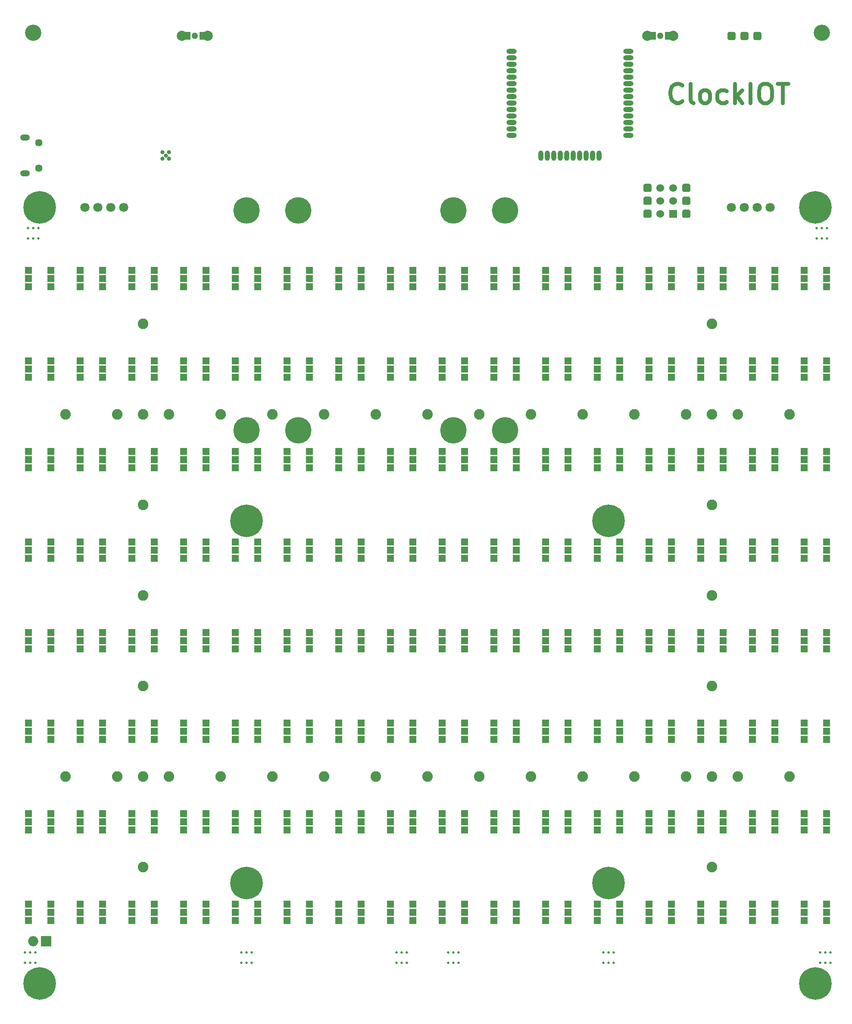
<source format=gts>
G04 #@! TF.GenerationSoftware,KiCad,Pcbnew,5.0.0-rc2-dev-unknown-94dbcc7~63~ubuntu16.04.1*
G04 #@! TF.CreationDate,2018-04-08T19:39:25+05:30*
G04 #@! TF.ProjectId,ClockIOT,436C6F636B494F542E6B696361645F70,rev 1*
G04 #@! TF.SameCoordinates,Original*
G04 #@! TF.FileFunction,Soldermask,Top*
G04 #@! TF.FilePolarity,Negative*
%FSLAX46Y46*%
G04 Gerber Fmt 4.6, Leading zero omitted, Abs format (unit mm)*
G04 Created by KiCad (PCBNEW 5.0.0-rc2-dev-unknown-94dbcc7~63~ubuntu16.04.1) date Sun Apr  8 19:39:25 2018*
%MOMM*%
%LPD*%
G01*
G04 APERTURE LIST*
%ADD10C,0.762000*%
%ADD11C,2.000000*%
%ADD12R,1.300480X1.498600*%
%ADD13C,1.270000*%
%ADD14C,1.450000*%
%ADD15O,1.900000X1.200000*%
%ADD16C,0.800000*%
%ADD17C,6.400000*%
%ADD18C,3.200000*%
%ADD19C,0.127000*%
%ADD20C,1.600000*%
%ADD21C,5.200000*%
%ADD22C,1.524000*%
%ADD23R,1.524000X1.524000*%
%ADD24C,1.800000*%
%ADD25O,1.000000X2.000000*%
%ADD26O,2.000000X1.000000*%
%ADD27C,0.508000*%
%ADD28R,2.000000X2.000000*%
%ADD29O,2.000000X2.000000*%
%ADD30R,1.400000X1.400000*%
%ADD31C,2.082800*%
G04 APERTURE END LIST*
D10*
X181428571Y-66765714D02*
X181247142Y-66947142D01*
X180702857Y-67128571D01*
X180340000Y-67128571D01*
X179795714Y-66947142D01*
X179432857Y-66584285D01*
X179251428Y-66221428D01*
X179070000Y-65495714D01*
X179070000Y-64951428D01*
X179251428Y-64225714D01*
X179432857Y-63862857D01*
X179795714Y-63500000D01*
X180340000Y-63318571D01*
X180702857Y-63318571D01*
X181247142Y-63500000D01*
X181428571Y-63681428D01*
X183605714Y-67128571D02*
X183242857Y-66947142D01*
X183061428Y-66584285D01*
X183061428Y-63318571D01*
X185601428Y-67128571D02*
X185238571Y-66947142D01*
X185057142Y-66765714D01*
X184875714Y-66402857D01*
X184875714Y-65314285D01*
X185057142Y-64951428D01*
X185238571Y-64770000D01*
X185601428Y-64588571D01*
X186145714Y-64588571D01*
X186508571Y-64770000D01*
X186690000Y-64951428D01*
X186871428Y-65314285D01*
X186871428Y-66402857D01*
X186690000Y-66765714D01*
X186508571Y-66947142D01*
X186145714Y-67128571D01*
X185601428Y-67128571D01*
X190137142Y-66947142D02*
X189774285Y-67128571D01*
X189048571Y-67128571D01*
X188685714Y-66947142D01*
X188504285Y-66765714D01*
X188322857Y-66402857D01*
X188322857Y-65314285D01*
X188504285Y-64951428D01*
X188685714Y-64770000D01*
X189048571Y-64588571D01*
X189774285Y-64588571D01*
X190137142Y-64770000D01*
X191770000Y-67128571D02*
X191770000Y-63318571D01*
X192132857Y-65677142D02*
X193221428Y-67128571D01*
X193221428Y-64588571D02*
X191770000Y-66040000D01*
X194854285Y-67128571D02*
X194854285Y-63318571D01*
X197394285Y-63318571D02*
X198120000Y-63318571D01*
X198482857Y-63500000D01*
X198845714Y-63862857D01*
X199027142Y-64588571D01*
X199027142Y-65858571D01*
X198845714Y-66584285D01*
X198482857Y-66947142D01*
X198120000Y-67128571D01*
X197394285Y-67128571D01*
X197031428Y-66947142D01*
X196668571Y-66584285D01*
X196487142Y-65858571D01*
X196487142Y-64588571D01*
X196668571Y-63862857D01*
X197031428Y-63500000D01*
X197394285Y-63318571D01*
X200115714Y-63318571D02*
X202292857Y-63318571D01*
X201204285Y-67128571D02*
X201204285Y-63318571D01*
D11*
X83185000Y-53975000D03*
X88265000Y-53975000D03*
D12*
X87225000Y-53975000D03*
X84225000Y-53975000D03*
D13*
X85725000Y-53975000D03*
D11*
X179705000Y-53975000D03*
X174625000Y-53975000D03*
D12*
X175665000Y-53975000D03*
X178665000Y-53975000D03*
D13*
X177165000Y-53975000D03*
D14*
X55055000Y-79970000D03*
X55055000Y-74970000D03*
D15*
X52355000Y-80970000D03*
X52355000Y-73970000D03*
D16*
X56942056Y-85932944D03*
X55245000Y-85230000D03*
X53547944Y-85932944D03*
X52845000Y-87630000D03*
X53547944Y-89327056D03*
X55245000Y-90030000D03*
X56942056Y-89327056D03*
X57645000Y-87630000D03*
D17*
X55245000Y-87630000D03*
D16*
X80010000Y-77470000D03*
X79375000Y-76835000D03*
X80645000Y-76835000D03*
X80645000Y-78105000D03*
X79375000Y-78105000D03*
D18*
X53975000Y-53340000D03*
X208915000Y-53340000D03*
D19*
G36*
X191574207Y-53176926D02*
X191613036Y-53182686D01*
X191651114Y-53192224D01*
X191688073Y-53205448D01*
X191723559Y-53222231D01*
X191757228Y-53242412D01*
X191788757Y-53265796D01*
X191817843Y-53292157D01*
X191844204Y-53321243D01*
X191867588Y-53352772D01*
X191887769Y-53386441D01*
X191904552Y-53421927D01*
X191917776Y-53458886D01*
X191927314Y-53496964D01*
X191933074Y-53535793D01*
X191935000Y-53575000D01*
X191935000Y-54375000D01*
X191933074Y-54414207D01*
X191927314Y-54453036D01*
X191917776Y-54491114D01*
X191904552Y-54528073D01*
X191887769Y-54563559D01*
X191867588Y-54597228D01*
X191844204Y-54628757D01*
X191817843Y-54657843D01*
X191788757Y-54684204D01*
X191757228Y-54707588D01*
X191723559Y-54727769D01*
X191688073Y-54744552D01*
X191651114Y-54757776D01*
X191613036Y-54767314D01*
X191574207Y-54773074D01*
X191535000Y-54775000D01*
X190735000Y-54775000D01*
X190695793Y-54773074D01*
X190656964Y-54767314D01*
X190618886Y-54757776D01*
X190581927Y-54744552D01*
X190546441Y-54727769D01*
X190512772Y-54707588D01*
X190481243Y-54684204D01*
X190452157Y-54657843D01*
X190425796Y-54628757D01*
X190402412Y-54597228D01*
X190382231Y-54563559D01*
X190365448Y-54528073D01*
X190352224Y-54491114D01*
X190342686Y-54453036D01*
X190336926Y-54414207D01*
X190335000Y-54375000D01*
X190335000Y-53575000D01*
X190336926Y-53535793D01*
X190342686Y-53496964D01*
X190352224Y-53458886D01*
X190365448Y-53421927D01*
X190382231Y-53386441D01*
X190402412Y-53352772D01*
X190425796Y-53321243D01*
X190452157Y-53292157D01*
X190481243Y-53265796D01*
X190512772Y-53242412D01*
X190546441Y-53222231D01*
X190581927Y-53205448D01*
X190618886Y-53192224D01*
X190656964Y-53182686D01*
X190695793Y-53176926D01*
X190735000Y-53175000D01*
X191535000Y-53175000D01*
X191574207Y-53176926D01*
X191574207Y-53176926D01*
G37*
D20*
X191135000Y-53975000D03*
D16*
X209342056Y-85932944D03*
X207645000Y-85230000D03*
X205947944Y-85932944D03*
X205245000Y-87630000D03*
X205947944Y-89327056D03*
X207645000Y-90030000D03*
X209342056Y-89327056D03*
X210045000Y-87630000D03*
D17*
X207645000Y-87630000D03*
D21*
X136525000Y-88265000D03*
X146685000Y-88265000D03*
D19*
G36*
X182684207Y-88101926D02*
X182723036Y-88107686D01*
X182761114Y-88117224D01*
X182798073Y-88130448D01*
X182833559Y-88147231D01*
X182867228Y-88167412D01*
X182898757Y-88190796D01*
X182927843Y-88217157D01*
X182954204Y-88246243D01*
X182977588Y-88277772D01*
X182997769Y-88311441D01*
X183014552Y-88346927D01*
X183027776Y-88383886D01*
X183037314Y-88421964D01*
X183043074Y-88460793D01*
X183045000Y-88500000D01*
X183045000Y-89300000D01*
X183043074Y-89339207D01*
X183037314Y-89378036D01*
X183027776Y-89416114D01*
X183014552Y-89453073D01*
X182997769Y-89488559D01*
X182977588Y-89522228D01*
X182954204Y-89553757D01*
X182927843Y-89582843D01*
X182898757Y-89609204D01*
X182867228Y-89632588D01*
X182833559Y-89652769D01*
X182798073Y-89669552D01*
X182761114Y-89682776D01*
X182723036Y-89692314D01*
X182684207Y-89698074D01*
X182645000Y-89700000D01*
X181845000Y-89700000D01*
X181805793Y-89698074D01*
X181766964Y-89692314D01*
X181728886Y-89682776D01*
X181691927Y-89669552D01*
X181656441Y-89652769D01*
X181622772Y-89632588D01*
X181591243Y-89609204D01*
X181562157Y-89582843D01*
X181535796Y-89553757D01*
X181512412Y-89522228D01*
X181492231Y-89488559D01*
X181475448Y-89453073D01*
X181462224Y-89416114D01*
X181452686Y-89378036D01*
X181446926Y-89339207D01*
X181445000Y-89300000D01*
X181445000Y-88500000D01*
X181446926Y-88460793D01*
X181452686Y-88421964D01*
X181462224Y-88383886D01*
X181475448Y-88346927D01*
X181492231Y-88311441D01*
X181512412Y-88277772D01*
X181535796Y-88246243D01*
X181562157Y-88217157D01*
X181591243Y-88190796D01*
X181622772Y-88167412D01*
X181656441Y-88147231D01*
X181691927Y-88130448D01*
X181728886Y-88117224D01*
X181766964Y-88107686D01*
X181805793Y-88101926D01*
X181845000Y-88100000D01*
X182645000Y-88100000D01*
X182684207Y-88101926D01*
X182684207Y-88101926D01*
G37*
D20*
X182245000Y-88900000D03*
D19*
G36*
X175064207Y-88101926D02*
X175103036Y-88107686D01*
X175141114Y-88117224D01*
X175178073Y-88130448D01*
X175213559Y-88147231D01*
X175247228Y-88167412D01*
X175278757Y-88190796D01*
X175307843Y-88217157D01*
X175334204Y-88246243D01*
X175357588Y-88277772D01*
X175377769Y-88311441D01*
X175394552Y-88346927D01*
X175407776Y-88383886D01*
X175417314Y-88421964D01*
X175423074Y-88460793D01*
X175425000Y-88500000D01*
X175425000Y-89300000D01*
X175423074Y-89339207D01*
X175417314Y-89378036D01*
X175407776Y-89416114D01*
X175394552Y-89453073D01*
X175377769Y-89488559D01*
X175357588Y-89522228D01*
X175334204Y-89553757D01*
X175307843Y-89582843D01*
X175278757Y-89609204D01*
X175247228Y-89632588D01*
X175213559Y-89652769D01*
X175178073Y-89669552D01*
X175141114Y-89682776D01*
X175103036Y-89692314D01*
X175064207Y-89698074D01*
X175025000Y-89700000D01*
X174225000Y-89700000D01*
X174185793Y-89698074D01*
X174146964Y-89692314D01*
X174108886Y-89682776D01*
X174071927Y-89669552D01*
X174036441Y-89652769D01*
X174002772Y-89632588D01*
X173971243Y-89609204D01*
X173942157Y-89582843D01*
X173915796Y-89553757D01*
X173892412Y-89522228D01*
X173872231Y-89488559D01*
X173855448Y-89453073D01*
X173842224Y-89416114D01*
X173832686Y-89378036D01*
X173826926Y-89339207D01*
X173825000Y-89300000D01*
X173825000Y-88500000D01*
X173826926Y-88460793D01*
X173832686Y-88421964D01*
X173842224Y-88383886D01*
X173855448Y-88346927D01*
X173872231Y-88311441D01*
X173892412Y-88277772D01*
X173915796Y-88246243D01*
X173942157Y-88217157D01*
X173971243Y-88190796D01*
X174002772Y-88167412D01*
X174036441Y-88147231D01*
X174071927Y-88130448D01*
X174108886Y-88117224D01*
X174146964Y-88107686D01*
X174185793Y-88101926D01*
X174225000Y-88100000D01*
X175025000Y-88100000D01*
X175064207Y-88101926D01*
X175064207Y-88101926D01*
G37*
D20*
X174625000Y-88900000D03*
D19*
G36*
X182684207Y-85561926D02*
X182723036Y-85567686D01*
X182761114Y-85577224D01*
X182798073Y-85590448D01*
X182833559Y-85607231D01*
X182867228Y-85627412D01*
X182898757Y-85650796D01*
X182927843Y-85677157D01*
X182954204Y-85706243D01*
X182977588Y-85737772D01*
X182997769Y-85771441D01*
X183014552Y-85806927D01*
X183027776Y-85843886D01*
X183037314Y-85881964D01*
X183043074Y-85920793D01*
X183045000Y-85960000D01*
X183045000Y-86760000D01*
X183043074Y-86799207D01*
X183037314Y-86838036D01*
X183027776Y-86876114D01*
X183014552Y-86913073D01*
X182997769Y-86948559D01*
X182977588Y-86982228D01*
X182954204Y-87013757D01*
X182927843Y-87042843D01*
X182898757Y-87069204D01*
X182867228Y-87092588D01*
X182833559Y-87112769D01*
X182798073Y-87129552D01*
X182761114Y-87142776D01*
X182723036Y-87152314D01*
X182684207Y-87158074D01*
X182645000Y-87160000D01*
X181845000Y-87160000D01*
X181805793Y-87158074D01*
X181766964Y-87152314D01*
X181728886Y-87142776D01*
X181691927Y-87129552D01*
X181656441Y-87112769D01*
X181622772Y-87092588D01*
X181591243Y-87069204D01*
X181562157Y-87042843D01*
X181535796Y-87013757D01*
X181512412Y-86982228D01*
X181492231Y-86948559D01*
X181475448Y-86913073D01*
X181462224Y-86876114D01*
X181452686Y-86838036D01*
X181446926Y-86799207D01*
X181445000Y-86760000D01*
X181445000Y-85960000D01*
X181446926Y-85920793D01*
X181452686Y-85881964D01*
X181462224Y-85843886D01*
X181475448Y-85806927D01*
X181492231Y-85771441D01*
X181512412Y-85737772D01*
X181535796Y-85706243D01*
X181562157Y-85677157D01*
X181591243Y-85650796D01*
X181622772Y-85627412D01*
X181656441Y-85607231D01*
X181691927Y-85590448D01*
X181728886Y-85577224D01*
X181766964Y-85567686D01*
X181805793Y-85561926D01*
X181845000Y-85560000D01*
X182645000Y-85560000D01*
X182684207Y-85561926D01*
X182684207Y-85561926D01*
G37*
D20*
X182245000Y-86360000D03*
D22*
X179705000Y-83820000D03*
X177165000Y-83820000D03*
X179705000Y-86360000D03*
X177165000Y-86360000D03*
D23*
X179705000Y-88900000D03*
D22*
X177165000Y-88900000D03*
D19*
G36*
X175064207Y-85561926D02*
X175103036Y-85567686D01*
X175141114Y-85577224D01*
X175178073Y-85590448D01*
X175213559Y-85607231D01*
X175247228Y-85627412D01*
X175278757Y-85650796D01*
X175307843Y-85677157D01*
X175334204Y-85706243D01*
X175357588Y-85737772D01*
X175377769Y-85771441D01*
X175394552Y-85806927D01*
X175407776Y-85843886D01*
X175417314Y-85881964D01*
X175423074Y-85920793D01*
X175425000Y-85960000D01*
X175425000Y-86760000D01*
X175423074Y-86799207D01*
X175417314Y-86838036D01*
X175407776Y-86876114D01*
X175394552Y-86913073D01*
X175377769Y-86948559D01*
X175357588Y-86982228D01*
X175334204Y-87013757D01*
X175307843Y-87042843D01*
X175278757Y-87069204D01*
X175247228Y-87092588D01*
X175213559Y-87112769D01*
X175178073Y-87129552D01*
X175141114Y-87142776D01*
X175103036Y-87152314D01*
X175064207Y-87158074D01*
X175025000Y-87160000D01*
X174225000Y-87160000D01*
X174185793Y-87158074D01*
X174146964Y-87152314D01*
X174108886Y-87142776D01*
X174071927Y-87129552D01*
X174036441Y-87112769D01*
X174002772Y-87092588D01*
X173971243Y-87069204D01*
X173942157Y-87042843D01*
X173915796Y-87013757D01*
X173892412Y-86982228D01*
X173872231Y-86948559D01*
X173855448Y-86913073D01*
X173842224Y-86876114D01*
X173832686Y-86838036D01*
X173826926Y-86799207D01*
X173825000Y-86760000D01*
X173825000Y-85960000D01*
X173826926Y-85920793D01*
X173832686Y-85881964D01*
X173842224Y-85843886D01*
X173855448Y-85806927D01*
X173872231Y-85771441D01*
X173892412Y-85737772D01*
X173915796Y-85706243D01*
X173942157Y-85677157D01*
X173971243Y-85650796D01*
X174002772Y-85627412D01*
X174036441Y-85607231D01*
X174071927Y-85590448D01*
X174108886Y-85577224D01*
X174146964Y-85567686D01*
X174185793Y-85561926D01*
X174225000Y-85560000D01*
X175025000Y-85560000D01*
X175064207Y-85561926D01*
X175064207Y-85561926D01*
G37*
D20*
X174625000Y-86360000D03*
D19*
G36*
X182684207Y-83021926D02*
X182723036Y-83027686D01*
X182761114Y-83037224D01*
X182798073Y-83050448D01*
X182833559Y-83067231D01*
X182867228Y-83087412D01*
X182898757Y-83110796D01*
X182927843Y-83137157D01*
X182954204Y-83166243D01*
X182977588Y-83197772D01*
X182997769Y-83231441D01*
X183014552Y-83266927D01*
X183027776Y-83303886D01*
X183037314Y-83341964D01*
X183043074Y-83380793D01*
X183045000Y-83420000D01*
X183045000Y-84220000D01*
X183043074Y-84259207D01*
X183037314Y-84298036D01*
X183027776Y-84336114D01*
X183014552Y-84373073D01*
X182997769Y-84408559D01*
X182977588Y-84442228D01*
X182954204Y-84473757D01*
X182927843Y-84502843D01*
X182898757Y-84529204D01*
X182867228Y-84552588D01*
X182833559Y-84572769D01*
X182798073Y-84589552D01*
X182761114Y-84602776D01*
X182723036Y-84612314D01*
X182684207Y-84618074D01*
X182645000Y-84620000D01*
X181845000Y-84620000D01*
X181805793Y-84618074D01*
X181766964Y-84612314D01*
X181728886Y-84602776D01*
X181691927Y-84589552D01*
X181656441Y-84572769D01*
X181622772Y-84552588D01*
X181591243Y-84529204D01*
X181562157Y-84502843D01*
X181535796Y-84473757D01*
X181512412Y-84442228D01*
X181492231Y-84408559D01*
X181475448Y-84373073D01*
X181462224Y-84336114D01*
X181452686Y-84298036D01*
X181446926Y-84259207D01*
X181445000Y-84220000D01*
X181445000Y-83420000D01*
X181446926Y-83380793D01*
X181452686Y-83341964D01*
X181462224Y-83303886D01*
X181475448Y-83266927D01*
X181492231Y-83231441D01*
X181512412Y-83197772D01*
X181535796Y-83166243D01*
X181562157Y-83137157D01*
X181591243Y-83110796D01*
X181622772Y-83087412D01*
X181656441Y-83067231D01*
X181691927Y-83050448D01*
X181728886Y-83037224D01*
X181766964Y-83027686D01*
X181805793Y-83021926D01*
X181845000Y-83020000D01*
X182645000Y-83020000D01*
X182684207Y-83021926D01*
X182684207Y-83021926D01*
G37*
D20*
X182245000Y-83820000D03*
D19*
G36*
X175064207Y-83021926D02*
X175103036Y-83027686D01*
X175141114Y-83037224D01*
X175178073Y-83050448D01*
X175213559Y-83067231D01*
X175247228Y-83087412D01*
X175278757Y-83110796D01*
X175307843Y-83137157D01*
X175334204Y-83166243D01*
X175357588Y-83197772D01*
X175377769Y-83231441D01*
X175394552Y-83266927D01*
X175407776Y-83303886D01*
X175417314Y-83341964D01*
X175423074Y-83380793D01*
X175425000Y-83420000D01*
X175425000Y-84220000D01*
X175423074Y-84259207D01*
X175417314Y-84298036D01*
X175407776Y-84336114D01*
X175394552Y-84373073D01*
X175377769Y-84408559D01*
X175357588Y-84442228D01*
X175334204Y-84473757D01*
X175307843Y-84502843D01*
X175278757Y-84529204D01*
X175247228Y-84552588D01*
X175213559Y-84572769D01*
X175178073Y-84589552D01*
X175141114Y-84602776D01*
X175103036Y-84612314D01*
X175064207Y-84618074D01*
X175025000Y-84620000D01*
X174225000Y-84620000D01*
X174185793Y-84618074D01*
X174146964Y-84612314D01*
X174108886Y-84602776D01*
X174071927Y-84589552D01*
X174036441Y-84572769D01*
X174002772Y-84552588D01*
X173971243Y-84529204D01*
X173942157Y-84502843D01*
X173915796Y-84473757D01*
X173892412Y-84442228D01*
X173872231Y-84408559D01*
X173855448Y-84373073D01*
X173842224Y-84336114D01*
X173832686Y-84298036D01*
X173826926Y-84259207D01*
X173825000Y-84220000D01*
X173825000Y-83420000D01*
X173826926Y-83380793D01*
X173832686Y-83341964D01*
X173842224Y-83303886D01*
X173855448Y-83266927D01*
X173872231Y-83231441D01*
X173892412Y-83197772D01*
X173915796Y-83166243D01*
X173942157Y-83137157D01*
X173971243Y-83110796D01*
X174002772Y-83087412D01*
X174036441Y-83067231D01*
X174071927Y-83050448D01*
X174108886Y-83037224D01*
X174146964Y-83027686D01*
X174185793Y-83021926D01*
X174225000Y-83020000D01*
X175025000Y-83020000D01*
X175064207Y-83021926D01*
X175064207Y-83021926D01*
G37*
D20*
X174625000Y-83820000D03*
D19*
G36*
X196654207Y-53176926D02*
X196693036Y-53182686D01*
X196731114Y-53192224D01*
X196768073Y-53205448D01*
X196803559Y-53222231D01*
X196837228Y-53242412D01*
X196868757Y-53265796D01*
X196897843Y-53292157D01*
X196924204Y-53321243D01*
X196947588Y-53352772D01*
X196967769Y-53386441D01*
X196984552Y-53421927D01*
X196997776Y-53458886D01*
X197007314Y-53496964D01*
X197013074Y-53535793D01*
X197015000Y-53575000D01*
X197015000Y-54375000D01*
X197013074Y-54414207D01*
X197007314Y-54453036D01*
X196997776Y-54491114D01*
X196984552Y-54528073D01*
X196967769Y-54563559D01*
X196947588Y-54597228D01*
X196924204Y-54628757D01*
X196897843Y-54657843D01*
X196868757Y-54684204D01*
X196837228Y-54707588D01*
X196803559Y-54727769D01*
X196768073Y-54744552D01*
X196731114Y-54757776D01*
X196693036Y-54767314D01*
X196654207Y-54773074D01*
X196615000Y-54775000D01*
X195815000Y-54775000D01*
X195775793Y-54773074D01*
X195736964Y-54767314D01*
X195698886Y-54757776D01*
X195661927Y-54744552D01*
X195626441Y-54727769D01*
X195592772Y-54707588D01*
X195561243Y-54684204D01*
X195532157Y-54657843D01*
X195505796Y-54628757D01*
X195482412Y-54597228D01*
X195462231Y-54563559D01*
X195445448Y-54528073D01*
X195432224Y-54491114D01*
X195422686Y-54453036D01*
X195416926Y-54414207D01*
X195415000Y-54375000D01*
X195415000Y-53575000D01*
X195416926Y-53535793D01*
X195422686Y-53496964D01*
X195432224Y-53458886D01*
X195445448Y-53421927D01*
X195462231Y-53386441D01*
X195482412Y-53352772D01*
X195505796Y-53321243D01*
X195532157Y-53292157D01*
X195561243Y-53265796D01*
X195592772Y-53242412D01*
X195626441Y-53222231D01*
X195661927Y-53205448D01*
X195698886Y-53192224D01*
X195736964Y-53182686D01*
X195775793Y-53176926D01*
X195815000Y-53175000D01*
X196615000Y-53175000D01*
X196654207Y-53176926D01*
X196654207Y-53176926D01*
G37*
D20*
X196215000Y-53975000D03*
D19*
G36*
X194114207Y-53176926D02*
X194153036Y-53182686D01*
X194191114Y-53192224D01*
X194228073Y-53205448D01*
X194263559Y-53222231D01*
X194297228Y-53242412D01*
X194328757Y-53265796D01*
X194357843Y-53292157D01*
X194384204Y-53321243D01*
X194407588Y-53352772D01*
X194427769Y-53386441D01*
X194444552Y-53421927D01*
X194457776Y-53458886D01*
X194467314Y-53496964D01*
X194473074Y-53535793D01*
X194475000Y-53575000D01*
X194475000Y-54375000D01*
X194473074Y-54414207D01*
X194467314Y-54453036D01*
X194457776Y-54491114D01*
X194444552Y-54528073D01*
X194427769Y-54563559D01*
X194407588Y-54597228D01*
X194384204Y-54628757D01*
X194357843Y-54657843D01*
X194328757Y-54684204D01*
X194297228Y-54707588D01*
X194263559Y-54727769D01*
X194228073Y-54744552D01*
X194191114Y-54757776D01*
X194153036Y-54767314D01*
X194114207Y-54773074D01*
X194075000Y-54775000D01*
X193275000Y-54775000D01*
X193235793Y-54773074D01*
X193196964Y-54767314D01*
X193158886Y-54757776D01*
X193121927Y-54744552D01*
X193086441Y-54727769D01*
X193052772Y-54707588D01*
X193021243Y-54684204D01*
X192992157Y-54657843D01*
X192965796Y-54628757D01*
X192942412Y-54597228D01*
X192922231Y-54563559D01*
X192905448Y-54528073D01*
X192892224Y-54491114D01*
X192882686Y-54453036D01*
X192876926Y-54414207D01*
X192875000Y-54375000D01*
X192875000Y-53575000D01*
X192876926Y-53535793D01*
X192882686Y-53496964D01*
X192892224Y-53458886D01*
X192905448Y-53421927D01*
X192922231Y-53386441D01*
X192942412Y-53352772D01*
X192965796Y-53321243D01*
X192992157Y-53292157D01*
X193021243Y-53265796D01*
X193052772Y-53242412D01*
X193086441Y-53222231D01*
X193121927Y-53205448D01*
X193158886Y-53192224D01*
X193196964Y-53182686D01*
X193235793Y-53176926D01*
X193275000Y-53175000D01*
X194075000Y-53175000D01*
X194114207Y-53176926D01*
X194114207Y-53176926D01*
G37*
D20*
X193675000Y-53975000D03*
D24*
X64135000Y-87630000D03*
X66675000Y-87630000D03*
X69215000Y-87630000D03*
X71755000Y-87630000D03*
X191135000Y-87630000D03*
X193675000Y-87630000D03*
X196215000Y-87630000D03*
X198755000Y-87630000D03*
D21*
X106045000Y-88265000D03*
X95885000Y-88265000D03*
D25*
X158750000Y-77480000D03*
X153670000Y-77480000D03*
X154940000Y-77480000D03*
X156210000Y-77480000D03*
X157480000Y-77480000D03*
X160020000Y-77480000D03*
X161290000Y-77480000D03*
X162560000Y-77480000D03*
X163830000Y-77480000D03*
X165100000Y-77480000D03*
D26*
X147885000Y-59520000D03*
X147885000Y-70950000D03*
X147885000Y-62060000D03*
X147885000Y-64600000D03*
X147885000Y-65870000D03*
X147885000Y-72220000D03*
X147885000Y-73490000D03*
X147885000Y-63330000D03*
X147885000Y-69680000D03*
X147885000Y-56980000D03*
X147885000Y-60790000D03*
X147885000Y-68410000D03*
X147885000Y-67140000D03*
X147885000Y-58250000D03*
X170885000Y-73490000D03*
X170885000Y-72220000D03*
X170885000Y-70950000D03*
X170885000Y-69680000D03*
X170885000Y-68410000D03*
X170885000Y-67140000D03*
X170885000Y-65870000D03*
X170885000Y-64600000D03*
X170885000Y-63330000D03*
X170885000Y-62060000D03*
X170885000Y-60790000D03*
X170885000Y-59520000D03*
X170885000Y-58250000D03*
X170885000Y-56980000D03*
D17*
X55245000Y-240030000D03*
D16*
X57645000Y-240030000D03*
X56942056Y-241727056D03*
X55245000Y-242430000D03*
X53547944Y-241727056D03*
X52845000Y-240030000D03*
X53547944Y-238332944D03*
X55245000Y-237630000D03*
X56942056Y-238332944D03*
D17*
X207645000Y-240030000D03*
D16*
X210045000Y-240030000D03*
X209342056Y-241727056D03*
X207645000Y-242430000D03*
X205947944Y-241727056D03*
X205245000Y-240030000D03*
X205947944Y-238332944D03*
X207645000Y-237630000D03*
X209342056Y-238332944D03*
D17*
X95885000Y-149225000D03*
D16*
X98285000Y-149225000D03*
X97582056Y-150922056D03*
X95885000Y-151625000D03*
X94187944Y-150922056D03*
X93485000Y-149225000D03*
X94187944Y-147527944D03*
X95885000Y-146825000D03*
X97582056Y-147527944D03*
D17*
X167005000Y-149225000D03*
D16*
X169405000Y-149225000D03*
X168702056Y-150922056D03*
X167005000Y-151625000D03*
X165307944Y-150922056D03*
X164605000Y-149225000D03*
X165307944Y-147527944D03*
X167005000Y-146825000D03*
X168702056Y-147527944D03*
D17*
X167005000Y-220345000D03*
D16*
X169405000Y-220345000D03*
X168702056Y-222042056D03*
X167005000Y-222745000D03*
X165307944Y-222042056D03*
X164605000Y-220345000D03*
X165307944Y-218647944D03*
X167005000Y-217945000D03*
X168702056Y-218647944D03*
D17*
X95885000Y-220345000D03*
D16*
X98285000Y-220345000D03*
X97582056Y-222042056D03*
X95885000Y-222745000D03*
X94187944Y-222042056D03*
X93485000Y-220345000D03*
X94187944Y-218647944D03*
X95885000Y-217945000D03*
X97582056Y-218647944D03*
D21*
X95885000Y-131445000D03*
X106045000Y-131445000D03*
X146685000Y-131445000D03*
X136525000Y-131445000D03*
D27*
X53975000Y-91694000D03*
X53975000Y-93726000D03*
X54991000Y-91694000D03*
X52959000Y-91694000D03*
X52959000Y-93726000D03*
X54991000Y-93726000D03*
X208915000Y-91694000D03*
X208915000Y-93726000D03*
X209931000Y-91694000D03*
X207899000Y-91694000D03*
X207899000Y-93726000D03*
X209931000Y-93726000D03*
X53340000Y-233934000D03*
X53340000Y-235966000D03*
X54356000Y-233934000D03*
X52324000Y-233934000D03*
X52324000Y-235966000D03*
X54356000Y-235966000D03*
X95885000Y-233934000D03*
X95885000Y-235966000D03*
X96901000Y-233934000D03*
X94869000Y-233934000D03*
X94869000Y-235966000D03*
X96901000Y-235966000D03*
X126365000Y-233934000D03*
X126365000Y-235966000D03*
X127381000Y-233934000D03*
X125349000Y-233934000D03*
X125349000Y-235966000D03*
X127381000Y-235966000D03*
X136525000Y-233934000D03*
X136525000Y-235966000D03*
X137541000Y-233934000D03*
X135509000Y-233934000D03*
X135509000Y-235966000D03*
X137541000Y-235966000D03*
X167005000Y-233934000D03*
X167005000Y-235966000D03*
X168021000Y-233934000D03*
X165989000Y-233934000D03*
X165989000Y-235966000D03*
X168021000Y-235966000D03*
X209550000Y-233934000D03*
X209550000Y-235966000D03*
X210566000Y-233934000D03*
X208534000Y-233934000D03*
X208534000Y-235966000D03*
X210566000Y-235966000D03*
D28*
X56515000Y-231775000D03*
D29*
X53975000Y-231775000D03*
D30*
X63205000Y-227660000D03*
X67605000Y-227660000D03*
X67605000Y-226060000D03*
X63205000Y-226060000D03*
X63205000Y-224460000D03*
X67605000Y-224460000D03*
X195285000Y-120980000D03*
X199685000Y-120980000D03*
X199685000Y-119380000D03*
X195285000Y-119380000D03*
X195285000Y-117780000D03*
X199685000Y-117780000D03*
X57445000Y-100000000D03*
X53045000Y-100000000D03*
X53045000Y-101600000D03*
X57445000Y-101600000D03*
X57445000Y-103200000D03*
X53045000Y-103200000D03*
X77765000Y-100000000D03*
X73365000Y-100000000D03*
X73365000Y-101600000D03*
X77765000Y-101600000D03*
X77765000Y-103200000D03*
X73365000Y-103200000D03*
X87925000Y-100000000D03*
X83525000Y-100000000D03*
X83525000Y-101600000D03*
X87925000Y-101600000D03*
X87925000Y-103200000D03*
X83525000Y-103200000D03*
X98085000Y-100000000D03*
X93685000Y-100000000D03*
X93685000Y-101600000D03*
X98085000Y-101600000D03*
X98085000Y-103200000D03*
X93685000Y-103200000D03*
X108245000Y-100000000D03*
X103845000Y-100000000D03*
X103845000Y-101600000D03*
X108245000Y-101600000D03*
X108245000Y-103200000D03*
X103845000Y-103200000D03*
X118405000Y-100000000D03*
X114005000Y-100000000D03*
X114005000Y-101600000D03*
X118405000Y-101600000D03*
X118405000Y-103200000D03*
X114005000Y-103200000D03*
X128565000Y-100000000D03*
X124165000Y-100000000D03*
X124165000Y-101600000D03*
X128565000Y-101600000D03*
X128565000Y-103200000D03*
X124165000Y-103200000D03*
X138725000Y-100000000D03*
X134325000Y-100000000D03*
X134325000Y-101600000D03*
X138725000Y-101600000D03*
X138725000Y-103200000D03*
X134325000Y-103200000D03*
X148885000Y-100000000D03*
X144485000Y-100000000D03*
X144485000Y-101600000D03*
X148885000Y-101600000D03*
X148885000Y-103200000D03*
X144485000Y-103200000D03*
X159045000Y-100000000D03*
X154645000Y-100000000D03*
X154645000Y-101600000D03*
X159045000Y-101600000D03*
X159045000Y-103200000D03*
X154645000Y-103200000D03*
X169205000Y-100000000D03*
X164805000Y-100000000D03*
X164805000Y-101600000D03*
X169205000Y-101600000D03*
X169205000Y-103200000D03*
X164805000Y-103200000D03*
X179365000Y-100000000D03*
X174965000Y-100000000D03*
X174965000Y-101600000D03*
X179365000Y-101600000D03*
X179365000Y-103200000D03*
X174965000Y-103200000D03*
X189525000Y-100000000D03*
X185125000Y-100000000D03*
X185125000Y-101600000D03*
X189525000Y-101600000D03*
X189525000Y-103200000D03*
X185125000Y-103200000D03*
X199685000Y-100000000D03*
X195285000Y-100000000D03*
X195285000Y-101600000D03*
X199685000Y-101600000D03*
X199685000Y-103200000D03*
X195285000Y-103200000D03*
X209845000Y-100000000D03*
X205445000Y-100000000D03*
X205445000Y-101600000D03*
X209845000Y-101600000D03*
X209845000Y-103200000D03*
X205445000Y-103200000D03*
X205445000Y-120980000D03*
X209845000Y-120980000D03*
X209845000Y-119380000D03*
X205445000Y-119380000D03*
X205445000Y-117780000D03*
X209845000Y-117780000D03*
X185125000Y-120980000D03*
X189525000Y-120980000D03*
X189525000Y-119380000D03*
X185125000Y-119380000D03*
X185125000Y-117780000D03*
X189525000Y-117780000D03*
X174965000Y-120980000D03*
X179365000Y-120980000D03*
X179365000Y-119380000D03*
X174965000Y-119380000D03*
X174965000Y-117780000D03*
X179365000Y-117780000D03*
X164805000Y-120980000D03*
X169205000Y-120980000D03*
X169205000Y-119380000D03*
X164805000Y-119380000D03*
X164805000Y-117780000D03*
X169205000Y-117780000D03*
X154645000Y-120980000D03*
X159045000Y-120980000D03*
X159045000Y-119380000D03*
X154645000Y-119380000D03*
X154645000Y-117780000D03*
X159045000Y-117780000D03*
X144485000Y-120980000D03*
X148885000Y-120980000D03*
X148885000Y-119380000D03*
X144485000Y-119380000D03*
X144485000Y-117780000D03*
X148885000Y-117780000D03*
X134325000Y-120980000D03*
X138725000Y-120980000D03*
X138725000Y-119380000D03*
X134325000Y-119380000D03*
X134325000Y-117780000D03*
X138725000Y-117780000D03*
X124165000Y-120980000D03*
X128565000Y-120980000D03*
X128565000Y-119380000D03*
X124165000Y-119380000D03*
X124165000Y-117780000D03*
X128565000Y-117780000D03*
X114005000Y-120980000D03*
X118405000Y-120980000D03*
X118405000Y-119380000D03*
X114005000Y-119380000D03*
X114005000Y-117780000D03*
X118405000Y-117780000D03*
X103845000Y-120980000D03*
X108245000Y-120980000D03*
X108245000Y-119380000D03*
X103845000Y-119380000D03*
X103845000Y-117780000D03*
X108245000Y-117780000D03*
X93685000Y-120980000D03*
X98085000Y-120980000D03*
X98085000Y-119380000D03*
X93685000Y-119380000D03*
X93685000Y-117780000D03*
X98085000Y-117780000D03*
X83525000Y-120980000D03*
X87925000Y-120980000D03*
X87925000Y-119380000D03*
X83525000Y-119380000D03*
X83525000Y-117780000D03*
X87925000Y-117780000D03*
X73365000Y-120980000D03*
X77765000Y-120980000D03*
X77765000Y-119380000D03*
X73365000Y-119380000D03*
X73365000Y-117780000D03*
X77765000Y-117780000D03*
X63205000Y-120980000D03*
X67605000Y-120980000D03*
X67605000Y-119380000D03*
X63205000Y-119380000D03*
X63205000Y-117780000D03*
X67605000Y-117780000D03*
X53045000Y-120980000D03*
X57445000Y-120980000D03*
X57445000Y-119380000D03*
X53045000Y-119380000D03*
X53045000Y-117780000D03*
X57445000Y-117780000D03*
X57445000Y-135560000D03*
X53045000Y-135560000D03*
X53045000Y-137160000D03*
X57445000Y-137160000D03*
X57445000Y-138760000D03*
X53045000Y-138760000D03*
X67605000Y-135560000D03*
X63205000Y-135560000D03*
X63205000Y-137160000D03*
X67605000Y-137160000D03*
X67605000Y-138760000D03*
X63205000Y-138760000D03*
X77765000Y-135560000D03*
X73365000Y-135560000D03*
X73365000Y-137160000D03*
X77765000Y-137160000D03*
X77765000Y-138760000D03*
X73365000Y-138760000D03*
X87925000Y-135560000D03*
X83525000Y-135560000D03*
X83525000Y-137160000D03*
X87925000Y-137160000D03*
X87925000Y-138760000D03*
X83525000Y-138760000D03*
X98085000Y-135560000D03*
X93685000Y-135560000D03*
X93685000Y-137160000D03*
X98085000Y-137160000D03*
X98085000Y-138760000D03*
X93685000Y-138760000D03*
X108245000Y-135560000D03*
X103845000Y-135560000D03*
X103845000Y-137160000D03*
X108245000Y-137160000D03*
X108245000Y-138760000D03*
X103845000Y-138760000D03*
X118405000Y-135560000D03*
X114005000Y-135560000D03*
X114005000Y-137160000D03*
X118405000Y-137160000D03*
X118405000Y-138760000D03*
X114005000Y-138760000D03*
X128565000Y-135560000D03*
X124165000Y-135560000D03*
X124165000Y-137160000D03*
X128565000Y-137160000D03*
X128565000Y-138760000D03*
X124165000Y-138760000D03*
X138725000Y-135560000D03*
X134325000Y-135560000D03*
X134325000Y-137160000D03*
X138725000Y-137160000D03*
X138725000Y-138760000D03*
X134325000Y-138760000D03*
X148885000Y-135560000D03*
X144485000Y-135560000D03*
X144485000Y-137160000D03*
X148885000Y-137160000D03*
X148885000Y-138760000D03*
X144485000Y-138760000D03*
X159045000Y-135560000D03*
X154645000Y-135560000D03*
X154645000Y-137160000D03*
X159045000Y-137160000D03*
X159045000Y-138760000D03*
X154645000Y-138760000D03*
X169205000Y-135560000D03*
X164805000Y-135560000D03*
X164805000Y-137160000D03*
X169205000Y-137160000D03*
X169205000Y-138760000D03*
X164805000Y-138760000D03*
X179365000Y-135560000D03*
X174965000Y-135560000D03*
X174965000Y-137160000D03*
X179365000Y-137160000D03*
X179365000Y-138760000D03*
X174965000Y-138760000D03*
X189525000Y-135560000D03*
X185125000Y-135560000D03*
X185125000Y-137160000D03*
X189525000Y-137160000D03*
X189525000Y-138760000D03*
X185125000Y-138760000D03*
X199685000Y-135560000D03*
X195285000Y-135560000D03*
X195285000Y-137160000D03*
X199685000Y-137160000D03*
X199685000Y-138760000D03*
X195285000Y-138760000D03*
X209845000Y-135560000D03*
X205445000Y-135560000D03*
X205445000Y-137160000D03*
X209845000Y-137160000D03*
X209845000Y-138760000D03*
X205445000Y-138760000D03*
X205445000Y-156540000D03*
X209845000Y-156540000D03*
X209845000Y-154940000D03*
X205445000Y-154940000D03*
X205445000Y-153340000D03*
X209845000Y-153340000D03*
X195285000Y-156540000D03*
X199685000Y-156540000D03*
X199685000Y-154940000D03*
X195285000Y-154940000D03*
X195285000Y-153340000D03*
X199685000Y-153340000D03*
X185125000Y-156540000D03*
X189525000Y-156540000D03*
X189525000Y-154940000D03*
X185125000Y-154940000D03*
X185125000Y-153340000D03*
X189525000Y-153340000D03*
X174965000Y-156540000D03*
X179365000Y-156540000D03*
X179365000Y-154940000D03*
X174965000Y-154940000D03*
X174965000Y-153340000D03*
X179365000Y-153340000D03*
X164805000Y-156540000D03*
X169205000Y-156540000D03*
X169205000Y-154940000D03*
X164805000Y-154940000D03*
X164805000Y-153340000D03*
X169205000Y-153340000D03*
X154645000Y-156540000D03*
X159045000Y-156540000D03*
X159045000Y-154940000D03*
X154645000Y-154940000D03*
X154645000Y-153340000D03*
X159045000Y-153340000D03*
X144485000Y-156540000D03*
X148885000Y-156540000D03*
X148885000Y-154940000D03*
X144485000Y-154940000D03*
X144485000Y-153340000D03*
X148885000Y-153340000D03*
X134325000Y-156540000D03*
X138725000Y-156540000D03*
X138725000Y-154940000D03*
X134325000Y-154940000D03*
X134325000Y-153340000D03*
X138725000Y-153340000D03*
X124165000Y-156540000D03*
X128565000Y-156540000D03*
X128565000Y-154940000D03*
X124165000Y-154940000D03*
X124165000Y-153340000D03*
X128565000Y-153340000D03*
X114005000Y-156540000D03*
X118405000Y-156540000D03*
X118405000Y-154940000D03*
X114005000Y-154940000D03*
X114005000Y-153340000D03*
X118405000Y-153340000D03*
X103845000Y-156540000D03*
X108245000Y-156540000D03*
X108245000Y-154940000D03*
X103845000Y-154940000D03*
X103845000Y-153340000D03*
X108245000Y-153340000D03*
X93685000Y-156540000D03*
X98085000Y-156540000D03*
X98085000Y-154940000D03*
X93685000Y-154940000D03*
X93685000Y-153340000D03*
X98085000Y-153340000D03*
X83525000Y-156540000D03*
X87925000Y-156540000D03*
X87925000Y-154940000D03*
X83525000Y-154940000D03*
X83525000Y-153340000D03*
X87925000Y-153340000D03*
X73365000Y-156540000D03*
X77765000Y-156540000D03*
X77765000Y-154940000D03*
X73365000Y-154940000D03*
X73365000Y-153340000D03*
X77765000Y-153340000D03*
X63205000Y-156540000D03*
X67605000Y-156540000D03*
X67605000Y-154940000D03*
X63205000Y-154940000D03*
X63205000Y-153340000D03*
X67605000Y-153340000D03*
X53045000Y-156540000D03*
X57445000Y-156540000D03*
X57445000Y-154940000D03*
X53045000Y-154940000D03*
X53045000Y-153340000D03*
X57445000Y-153340000D03*
X57445000Y-171120000D03*
X53045000Y-171120000D03*
X53045000Y-172720000D03*
X57445000Y-172720000D03*
X57445000Y-174320000D03*
X53045000Y-174320000D03*
X67605000Y-171120000D03*
X63205000Y-171120000D03*
X63205000Y-172720000D03*
X67605000Y-172720000D03*
X67605000Y-174320000D03*
X63205000Y-174320000D03*
X77765000Y-171120000D03*
X73365000Y-171120000D03*
X73365000Y-172720000D03*
X77765000Y-172720000D03*
X77765000Y-174320000D03*
X73365000Y-174320000D03*
X87925000Y-171120000D03*
X83525000Y-171120000D03*
X83525000Y-172720000D03*
X87925000Y-172720000D03*
X87925000Y-174320000D03*
X83525000Y-174320000D03*
X98085000Y-171120000D03*
X93685000Y-171120000D03*
X93685000Y-172720000D03*
X98085000Y-172720000D03*
X98085000Y-174320000D03*
X93685000Y-174320000D03*
X108245000Y-171120000D03*
X103845000Y-171120000D03*
X103845000Y-172720000D03*
X108245000Y-172720000D03*
X108245000Y-174320000D03*
X103845000Y-174320000D03*
X118405000Y-171120000D03*
X114005000Y-171120000D03*
X114005000Y-172720000D03*
X118405000Y-172720000D03*
X118405000Y-174320000D03*
X114005000Y-174320000D03*
X128565000Y-171120000D03*
X124165000Y-171120000D03*
X124165000Y-172720000D03*
X128565000Y-172720000D03*
X128565000Y-174320000D03*
X124165000Y-174320000D03*
X138725000Y-171120000D03*
X134325000Y-171120000D03*
X134325000Y-172720000D03*
X138725000Y-172720000D03*
X138725000Y-174320000D03*
X134325000Y-174320000D03*
X148885000Y-171120000D03*
X144485000Y-171120000D03*
X144485000Y-172720000D03*
X148885000Y-172720000D03*
X148885000Y-174320000D03*
X144485000Y-174320000D03*
X159045000Y-171120000D03*
X154645000Y-171120000D03*
X154645000Y-172720000D03*
X159045000Y-172720000D03*
X159045000Y-174320000D03*
X154645000Y-174320000D03*
X169205000Y-171120000D03*
X164805000Y-171120000D03*
X164805000Y-172720000D03*
X169205000Y-172720000D03*
X169205000Y-174320000D03*
X164805000Y-174320000D03*
X179365000Y-171120000D03*
X174965000Y-171120000D03*
X174965000Y-172720000D03*
X179365000Y-172720000D03*
X179365000Y-174320000D03*
X174965000Y-174320000D03*
X189525000Y-171120000D03*
X185125000Y-171120000D03*
X185125000Y-172720000D03*
X189525000Y-172720000D03*
X189525000Y-174320000D03*
X185125000Y-174320000D03*
X199685000Y-171120000D03*
X195285000Y-171120000D03*
X195285000Y-172720000D03*
X199685000Y-172720000D03*
X199685000Y-174320000D03*
X195285000Y-174320000D03*
X209845000Y-171120000D03*
X205445000Y-171120000D03*
X205445000Y-172720000D03*
X209845000Y-172720000D03*
X209845000Y-174320000D03*
X205445000Y-174320000D03*
X205445000Y-192100000D03*
X209845000Y-192100000D03*
X209845000Y-190500000D03*
X205445000Y-190500000D03*
X205445000Y-188900000D03*
X209845000Y-188900000D03*
X195285000Y-192100000D03*
X199685000Y-192100000D03*
X199685000Y-190500000D03*
X195285000Y-190500000D03*
X195285000Y-188900000D03*
X199685000Y-188900000D03*
X185125000Y-192100000D03*
X189525000Y-192100000D03*
X189525000Y-190500000D03*
X185125000Y-190500000D03*
X185125000Y-188900000D03*
X189525000Y-188900000D03*
X174965000Y-192100000D03*
X179365000Y-192100000D03*
X179365000Y-190500000D03*
X174965000Y-190500000D03*
X174965000Y-188900000D03*
X179365000Y-188900000D03*
X164805000Y-192100000D03*
X169205000Y-192100000D03*
X169205000Y-190500000D03*
X164805000Y-190500000D03*
X164805000Y-188900000D03*
X169205000Y-188900000D03*
X154645000Y-192100000D03*
X159045000Y-192100000D03*
X159045000Y-190500000D03*
X154645000Y-190500000D03*
X154645000Y-188900000D03*
X159045000Y-188900000D03*
X144485000Y-192100000D03*
X148885000Y-192100000D03*
X148885000Y-190500000D03*
X144485000Y-190500000D03*
X144485000Y-188900000D03*
X148885000Y-188900000D03*
X134325000Y-192100000D03*
X138725000Y-192100000D03*
X138725000Y-190500000D03*
X134325000Y-190500000D03*
X134325000Y-188900000D03*
X138725000Y-188900000D03*
X124165000Y-192100000D03*
X128565000Y-192100000D03*
X128565000Y-190500000D03*
X124165000Y-190500000D03*
X124165000Y-188900000D03*
X128565000Y-188900000D03*
X114005000Y-192100000D03*
X118405000Y-192100000D03*
X118405000Y-190500000D03*
X114005000Y-190500000D03*
X114005000Y-188900000D03*
X118405000Y-188900000D03*
X103845000Y-192100000D03*
X108245000Y-192100000D03*
X108245000Y-190500000D03*
X103845000Y-190500000D03*
X103845000Y-188900000D03*
X108245000Y-188900000D03*
X93685000Y-192100000D03*
X98085000Y-192100000D03*
X98085000Y-190500000D03*
X93685000Y-190500000D03*
X93685000Y-188900000D03*
X98085000Y-188900000D03*
X83525000Y-192100000D03*
X87925000Y-192100000D03*
X87925000Y-190500000D03*
X83525000Y-190500000D03*
X83525000Y-188900000D03*
X87925000Y-188900000D03*
X73365000Y-192100000D03*
X77765000Y-192100000D03*
X77765000Y-190500000D03*
X73365000Y-190500000D03*
X73365000Y-188900000D03*
X77765000Y-188900000D03*
X63205000Y-192100000D03*
X67605000Y-192100000D03*
X67605000Y-190500000D03*
X63205000Y-190500000D03*
X63205000Y-188900000D03*
X67605000Y-188900000D03*
X53045000Y-192100000D03*
X57445000Y-192100000D03*
X57445000Y-190500000D03*
X53045000Y-190500000D03*
X53045000Y-188900000D03*
X57445000Y-188900000D03*
X57445000Y-206680000D03*
X53045000Y-206680000D03*
X53045000Y-208280000D03*
X57445000Y-208280000D03*
X57445000Y-209880000D03*
X53045000Y-209880000D03*
X67605000Y-206680000D03*
X63205000Y-206680000D03*
X63205000Y-208280000D03*
X67605000Y-208280000D03*
X67605000Y-209880000D03*
X63205000Y-209880000D03*
X77765000Y-206680000D03*
X73365000Y-206680000D03*
X73365000Y-208280000D03*
X77765000Y-208280000D03*
X77765000Y-209880000D03*
X73365000Y-209880000D03*
X87925000Y-206680000D03*
X83525000Y-206680000D03*
X83525000Y-208280000D03*
X87925000Y-208280000D03*
X87925000Y-209880000D03*
X83525000Y-209880000D03*
X98085000Y-206680000D03*
X93685000Y-206680000D03*
X93685000Y-208280000D03*
X98085000Y-208280000D03*
X98085000Y-209880000D03*
X93685000Y-209880000D03*
X108245000Y-206680000D03*
X103845000Y-206680000D03*
X103845000Y-208280000D03*
X108245000Y-208280000D03*
X108245000Y-209880000D03*
X103845000Y-209880000D03*
X118405000Y-206680000D03*
X114005000Y-206680000D03*
X114005000Y-208280000D03*
X118405000Y-208280000D03*
X118405000Y-209880000D03*
X114005000Y-209880000D03*
X128565000Y-206680000D03*
X124165000Y-206680000D03*
X124165000Y-208280000D03*
X128565000Y-208280000D03*
X128565000Y-209880000D03*
X124165000Y-209880000D03*
X138725000Y-206680000D03*
X134325000Y-206680000D03*
X134325000Y-208280000D03*
X138725000Y-208280000D03*
X138725000Y-209880000D03*
X134325000Y-209880000D03*
X148885000Y-206680000D03*
X144485000Y-206680000D03*
X144485000Y-208280000D03*
X148885000Y-208280000D03*
X148885000Y-209880000D03*
X144485000Y-209880000D03*
X159045000Y-206680000D03*
X154645000Y-206680000D03*
X154645000Y-208280000D03*
X159045000Y-208280000D03*
X159045000Y-209880000D03*
X154645000Y-209880000D03*
X169205000Y-206680000D03*
X164805000Y-206680000D03*
X164805000Y-208280000D03*
X169205000Y-208280000D03*
X169205000Y-209880000D03*
X164805000Y-209880000D03*
X179365000Y-206680000D03*
X174965000Y-206680000D03*
X174965000Y-208280000D03*
X179365000Y-208280000D03*
X179365000Y-209880000D03*
X174965000Y-209880000D03*
X189525000Y-206680000D03*
X185125000Y-206680000D03*
X185125000Y-208280000D03*
X189525000Y-208280000D03*
X189525000Y-209880000D03*
X185125000Y-209880000D03*
X199685000Y-206680000D03*
X195285000Y-206680000D03*
X195285000Y-208280000D03*
X199685000Y-208280000D03*
X199685000Y-209880000D03*
X195285000Y-209880000D03*
X209845000Y-206680000D03*
X205445000Y-206680000D03*
X205445000Y-208280000D03*
X209845000Y-208280000D03*
X209845000Y-209880000D03*
X205445000Y-209880000D03*
X205445000Y-227660000D03*
X209845000Y-227660000D03*
X209845000Y-226060000D03*
X205445000Y-226060000D03*
X205445000Y-224460000D03*
X209845000Y-224460000D03*
X195285000Y-227660000D03*
X199685000Y-227660000D03*
X199685000Y-226060000D03*
X195285000Y-226060000D03*
X195285000Y-224460000D03*
X199685000Y-224460000D03*
X185125000Y-227660000D03*
X189525000Y-227660000D03*
X189525000Y-226060000D03*
X185125000Y-226060000D03*
X185125000Y-224460000D03*
X189525000Y-224460000D03*
X174965000Y-227660000D03*
X179365000Y-227660000D03*
X179365000Y-226060000D03*
X174965000Y-226060000D03*
X174965000Y-224460000D03*
X179365000Y-224460000D03*
X164805000Y-227660000D03*
X169205000Y-227660000D03*
X169205000Y-226060000D03*
X164805000Y-226060000D03*
X164805000Y-224460000D03*
X169205000Y-224460000D03*
X154645000Y-227660000D03*
X159045000Y-227660000D03*
X159045000Y-226060000D03*
X154645000Y-226060000D03*
X154645000Y-224460000D03*
X159045000Y-224460000D03*
X144485000Y-227660000D03*
X148885000Y-227660000D03*
X148885000Y-226060000D03*
X144485000Y-226060000D03*
X144485000Y-224460000D03*
X148885000Y-224460000D03*
X134325000Y-227660000D03*
X138725000Y-227660000D03*
X138725000Y-226060000D03*
X134325000Y-226060000D03*
X134325000Y-224460000D03*
X138725000Y-224460000D03*
X124165000Y-227660000D03*
X128565000Y-227660000D03*
X128565000Y-226060000D03*
X124165000Y-226060000D03*
X124165000Y-224460000D03*
X128565000Y-224460000D03*
X114005000Y-227660000D03*
X118405000Y-227660000D03*
X118405000Y-226060000D03*
X114005000Y-226060000D03*
X114005000Y-224460000D03*
X118405000Y-224460000D03*
X103845000Y-227660000D03*
X108245000Y-227660000D03*
X108245000Y-226060000D03*
X103845000Y-226060000D03*
X103845000Y-224460000D03*
X108245000Y-224460000D03*
X93685000Y-227660000D03*
X98085000Y-227660000D03*
X98085000Y-226060000D03*
X93685000Y-226060000D03*
X93685000Y-224460000D03*
X98085000Y-224460000D03*
X83525000Y-227660000D03*
X87925000Y-227660000D03*
X87925000Y-226060000D03*
X83525000Y-226060000D03*
X83525000Y-224460000D03*
X87925000Y-224460000D03*
X73365000Y-227660000D03*
X77765000Y-227660000D03*
X77765000Y-226060000D03*
X73365000Y-226060000D03*
X73365000Y-224460000D03*
X77765000Y-224460000D03*
X53045000Y-227660000D03*
X57445000Y-227660000D03*
X57445000Y-226060000D03*
X53045000Y-226060000D03*
X53045000Y-224460000D03*
X57445000Y-224460000D03*
X67605000Y-100000000D03*
X63205000Y-100000000D03*
X63205000Y-101600000D03*
X67605000Y-101600000D03*
X67605000Y-103200000D03*
X63205000Y-103200000D03*
D31*
X187325000Y-217170000D03*
X187325000Y-199390000D03*
X187325000Y-181610000D03*
X187325000Y-163830000D03*
X187325000Y-146050000D03*
X187325000Y-128270000D03*
X187325000Y-110490000D03*
X75565000Y-217170000D03*
X75565000Y-199390000D03*
X75565000Y-181610000D03*
X75565000Y-163830000D03*
X75565000Y-146050000D03*
X75565000Y-128270000D03*
X75565000Y-110490000D03*
X202565000Y-199390000D03*
X192405000Y-199390000D03*
X182245000Y-199390000D03*
X172085000Y-199390000D03*
X161925000Y-199390000D03*
X151765000Y-199390000D03*
X141605000Y-199390000D03*
X131445000Y-199390000D03*
X121285000Y-199390000D03*
X111125000Y-199390000D03*
X100965000Y-199390000D03*
X90805000Y-199390000D03*
X80645000Y-199390000D03*
X70485000Y-199390000D03*
X60325000Y-199390000D03*
X202565000Y-128270000D03*
X192405000Y-128270000D03*
X182245000Y-128270000D03*
X172085000Y-128270000D03*
X161925000Y-128270000D03*
X151765000Y-128270000D03*
X141605000Y-128270000D03*
X131445000Y-128270000D03*
X121285000Y-128270000D03*
X111125000Y-128270000D03*
X100965000Y-128270000D03*
X90805000Y-128270000D03*
X80645000Y-128270000D03*
X70485000Y-128270000D03*
X60325000Y-128270000D03*
M02*

</source>
